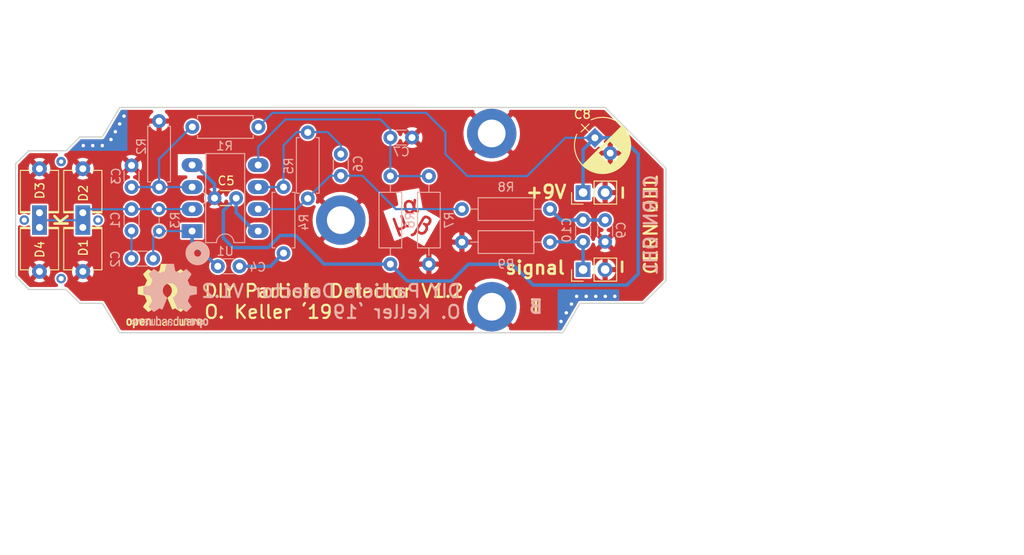
<source format=kicad_pcb>
(kicad_pcb (version 20171130) (host pcbnew 5.1.5-52549c5~84~ubuntu19.10.1)
  (title_block (title "DIY Particle Detector") (date 2018-06-01) (rev V1.2) (company CERN) (comment 1 "CERN open hardware license V1.2") (comment 2 "Oliver Keller"))
  (layers (0 F.Cu signal hide) (31 B.Cu power) (34 B.Paste user hide) (35 F.Paste user hide) (36 B.SilkS user) (37 F.SilkS user) (38 B.Mask user hide) (39 F.Mask user hide) (44 Edge.Cuts user))
  (net 0 "")
  (net 1 "Net-(C1-Pad1)")
  (net 2 "Net-(C1-Pad2)")
  (net 3 "Net-(C2-Pad2)")
  (net 4 GND)
  (net 5 "Net-(C3-Pad1)")
  (net 6 "Net-(C10-Pad1)")
  (net 7 +9V)
  (net 8 /Output)
  (net 9 "Net-(C4-Pad2)")
  (net 10 "Net-(C6-Pad1)")
  (net 11 "Net-(C6-Pad2)")
  (net 12 "Net-(C7-Pad1)")
  (module Pin_Headers:Pin_Header_Straight_1x02_Pitch2.54mm (layer F.Cu) (at 165.44 118.215 90)
    (fp_text reference J2 hide)
    (fp_text value Conn_01x02_Female)
    (pad 1 thru_hole rect (at 0 0 90) (size 1.7 1.7) (drill 1) (layers *.Cu *.Mask) (net 8 /Output))
    (pad 2 thru_hole oval (at 0 2.54 90) (size 1.7 1.7) (drill 1) (layers *.Cu *.Mask) (net 4 GND))
  )
  (module Pin_Headers:Pin_Header_Straight_1x02_Pitch2.54mm (layer F.Cu) (at 165.44 109.325 90)
    (fp_text reference J1 hide)
    (fp_text value Conn_01x02_Female)
    (pad 1 thru_hole rect (at 0 0 90) (size 1.7 1.7) (drill 1) (layers *.Cu *.Mask) (net 7 +9V))
    (pad 2 thru_hole oval (at 0 2.54 90) (size 1.7 1.7) (drill 1) (layers *.Cu *.Mask) (net 4 GND))
  )
  (module Symbols:OSHW-Logo2_9.8x8mm_SilkScreen (layer B.Cu) (at 117.815 121.256429 180)
    (fp_text reference REF*** hide)
    (fp_text value OSHW-Logo2_7.3x6mm_SilkScreen hide)
  )
  (module Symbols:OSHW-Logo2_9.8x8mm_SilkScreen (layer F.Cu) (at 117.18 121.263)
    (fp_text reference REF*** hide)
    (fp_text value OSHW-Logo2_7.3x6mm_SilkScreen hide)
  )
  (module Resistors_THT:R_Axial_DIN0207_L6.3mm_D2.5mm_P10.16mm_Horizontal (layer B.Cu) (at 151.47 111.23)
    (fp_text reference R8 (at 5.08 -2.54) (layer B.SilkS) (effects (justify mirror)))
    (fp_text value 0)
    (pad 1 thru_hole circle (at 0 0) (size 1.6 1.6) (drill 0.8) (layers *.Cu *.Mask) (net 11 "Net-(C6-Pad2)"))
    (pad 2 thru_hole oval (at 10.16 0) (size 1.6 1.6) (drill 0.8) (layers *.Cu *.Mask) (net 6 "Net-(C10-Pad1)"))
  )
  (module Resistors_THT:R_Axial_DIN0207_L6.3mm_D2.5mm_P10.16mm_Horizontal (layer B.Cu) (at 161.63 115.04 180)
    (fp_text reference R9 (at 5.08 -2.54) (layer B.SilkS) (effects (justify mirror)))
    (fp_text value 2k2)
    (pad 1 thru_hole circle (at 0 0 180) (size 1.6 1.6) (drill 0.8) (layers *.Cu *.Mask) (net 8 /Output))
    (pad 2 thru_hole oval (at 10.16 0 180) (size 1.6 1.6) (drill 0.8) (layers *.Cu *.Mask) (net 4 GND))
  )
  (module Capacitors_THT:C_Disc_D3.0mm_W1.6mm_P2.50mm (layer B.Cu) (at 167.98 112.5 270)
    (fp_text reference C9 (at 1.157245 -1.843748 90) (layer B.SilkS) (effects (justify mirror)))
    (fp_text value DNP)
    (pad 1 thru_hole circle (at 0 0 270) (size 1.6 1.6) (drill 0.8) (layers *.Cu *.Mask) (net 6 "Net-(C10-Pad1)"))
    (pad 2 thru_hole circle (at 2.5 0 270) (size 1.6 1.6) (drill 0.8) (layers *.Cu *.Mask) (net 4 GND))
  )
  (module Resistors_THT:R_Axial_DIN0204_L3.6mm_D1.6mm_P2.54mm_Vertical (layer B.Cu) (at 116.545 113.77 90)
    (fp_text reference R3 (at 1.27 1.86 90) (layer B.SilkS) (effects (justify mirror)))
    (fp_text value 10M)
    (pad 1 thru_hole circle (at 0 0 90) (size 1.4 1.4) (drill 0.7) (layers *.Cu *.Mask) (net 3 "Net-(C2-Pad2)"))
    (pad 2 thru_hole oval (at 2.54 0 90) (size 1.4 1.4) (drill 0.7) (layers *.Cu *.Mask) (net 1 "Net-(C1-Pad1)"))
  )
  (module Housings_DIP:DIP-8_W7.62mm_LongPads (layer B.Cu) (at 120.355 113.77)
    (fp_text reference U1 (at 3.81 2.33) (layer B.SilkS) (effects (justify mirror)))
    (fp_text value TLE2072)
    (pad 1 thru_hole rect (at 0 0) (size 2.4 1.6) (drill 0.8) (layers *.Cu *.Mask) (net 3 "Net-(C2-Pad2)"))
    (pad 5 thru_hole oval (at 7.62 -7.62) (size 2.4 1.6) (drill 0.8) (layers *.Cu *.Mask) (net 12 "Net-(C7-Pad1)"))
    (pad 2 thru_hole oval (at 0 -2.54) (size 2.4 1.6) (drill 0.8) (layers *.Cu *.Mask) (net 1 "Net-(C1-Pad1)"))
    (pad 6 thru_hole oval (at 7.62 -5.08) (size 2.4 1.6) (drill 0.8) (layers *.Cu *.Mask) (net 10 "Net-(C6-Pad1)"))
    (pad 3 thru_hole oval (at 0 -5.08) (size 2.4 1.6) (drill 0.8) (layers *.Cu *.Mask) (net 5 "Net-(C3-Pad1)"))
    (pad 7 thru_hole oval (at 7.62 -2.54) (size 2.4 1.6) (drill 0.8) (layers *.Cu *.Mask) (net 11 "Net-(C6-Pad2)"))
    (pad 4 thru_hole oval (at 0 -7.62) (size 2.4 1.6) (drill 0.8) (layers *.Cu *.Mask) (net 4 GND))
    (pad 8 thru_hole oval (at 7.62 0) (size 2.4 1.6) (drill 0.8) (layers *.Cu *.Mask) (net 7 +9V))
  )
  (module Capacitors_THT:CP_Radial_D6.3mm_P2.50mm (layer F.Cu) (at 166.8 103 315)
    (fp_text reference C8 (at -2.934493 -0.883883) (layer F.SilkS))
    (fp_text value 47u)
    (pad 1 thru_hole rect (at 0 0 315) (size 1.6 1.6) (drill 0.8) (layers *.Cu *.Mask) (net 7 +9V))
    (pad 2 thru_hole circle (at 2.5 0 315) (size 1.6 1.6) (drill 0.8) (layers *.Cu *.Mask) (net 4 GND))
  )
  (module Capacitors_THT:C_Disc_D3.0mm_W1.6mm_P2.50mm (layer B.Cu) (at 113.37 111.23 270)
    (fp_text reference C1 (at 1.27 1.87 270) (layer B.SilkS) (effects (justify mirror)))
    (fp_text value 10p)
    (pad 1 thru_hole circle (at 0 0 270) (size 1.6 1.6) (drill 0.8) (layers *.Cu *.Mask) (net 1 "Net-(C1-Pad1)"))
    (pad 2 thru_hole circle (at 2.5 0 270) (size 1.6 1.6) (drill 0.8) (layers *.Cu *.Mask) (net 2 "Net-(C1-Pad2)"))
  )
  (module Capacitors_THT:C_Disc_D3.0mm_W1.6mm_P2.50mm (layer B.Cu) (at 113.37 116.945)
    (fp_text reference C2 (at -1.87 0.055 90) (layer B.SilkS) (effects (justify mirror)))
    (fp_text value 10p)
    (pad 1 thru_hole circle (at 0 0) (size 1.6 1.6) (drill 0.8) (layers *.Cu *.Mask) (net 2 "Net-(C1-Pad2)"))
    (pad 2 thru_hole circle (at 2.5 0) (size 1.6 1.6) (drill 0.8) (layers *.Cu *.Mask) (net 3 "Net-(C2-Pad2)"))
  )
  (module Capacitors_THT:C_Disc_D3.0mm_W1.6mm_P2.50mm (layer B.Cu) (at 113.37 108.69 90)
    (fp_text reference C3 (at 1.27 -1.778 90) (layer B.SilkS) (effects (justify mirror)))
    (fp_text value 100n)
    (pad 1 thru_hole circle (at 0 0 90) (size 1.6 1.6) (drill 0.8) (layers *.Cu *.Mask) (net 5 "Net-(C3-Pad1)"))
    (pad 2 thru_hole circle (at 2.5 0 90) (size 1.6 1.6) (drill 0.8) (layers *.Cu *.Mask) (net 4 GND))
  )
  (module Capacitors_THT:C_Disc_D3.0mm_W1.6mm_P2.50mm (layer B.Cu) (at 123.316 117.834)
    (fp_text reference C4 (at 4.593863 0.10126) (layer B.SilkS) (effects (justify mirror)))
    (fp_text value 100n)
    (pad 1 thru_hole circle (at 0 0) (size 1.6 1.6) (drill 0.8) (layers *.Cu *.Mask) (net 3 "Net-(C2-Pad2)"))
    (pad 2 thru_hole circle (at 2.5 0) (size 1.6 1.6) (drill 0.8) (layers *.Cu *.Mask) (net 9 "Net-(C4-Pad2)"))
  )
  (module Capacitors_THT:C_Disc_D3.0mm_W1.6mm_P2.50mm (layer F.Cu) (at 125.435 109.96 180)
    (fp_text reference C5 (at 1.165 1.991 180) (layer F.SilkS))
    (fp_text value 100n)
    (pad 1 thru_hole circle (at 0 0 180) (size 1.6 1.6) (drill 0.8) (layers *.Cu *.Mask) (net 7 +9V))
    (pad 2 thru_hole circle (at 2.5 0 180) (size 1.6 1.6) (drill 0.8) (layers *.Cu *.Mask) (net 4 GND))
  )
  (module Capacitors_THT:C_Disc_D3.0mm_W1.6mm_P2.50mm (layer B.Cu) (at 137.5 104.88 270)
    (fp_text reference C6 (at 1.12 -2 270) (layer B.SilkS) (effects (justify mirror)))
    (fp_text value 10p)
    (pad 1 thru_hole circle (at 0 0 270) (size 1.6 1.6) (drill 0.8) (layers *.Cu *.Mask) (net 10 "Net-(C6-Pad1)"))
    (pad 2 thru_hole circle (at 2.5 0 270) (size 1.6 1.6) (drill 0.8) (layers *.Cu *.Mask) (net 11 "Net-(C6-Pad2)"))
  )
  (module Capacitors_THT:C_Disc_D3.0mm_W1.6mm_P2.50mm (layer B.Cu) (at 143.215 102.975)
    (fp_text reference C7 (at 1.25 1.651) (layer B.SilkS) (effects (justify mirror)))
    (fp_text value 100n)
    (pad 1 thru_hole circle (at 0 0) (size 1.6 1.6) (drill 0.8) (layers *.Cu *.Mask) (net 12 "Net-(C7-Pad1)"))
    (pad 2 thru_hole circle (at 2.5 0) (size 1.6 1.6) (drill 0.8) (layers *.Cu *.Mask) (net 4 GND))
  )
  (module Capacitors_THT:C_Disc_D3.0mm_W1.6mm_P2.50mm (layer B.Cu) (at 165.44 112.5 270)
    (fp_text reference C10 (at 1.157245 1.895789 90) (layer B.SilkS) (effects (justify mirror)))
    (fp_text value 100n)
    (pad 1 thru_hole circle (at 0 0 270) (size 1.6 1.6) (drill 0.8) (layers *.Cu *.Mask) (net 6 "Net-(C10-Pad1)"))
    (pad 2 thru_hole circle (at 2.5 0 270) (size 1.6 1.6) (drill 0.8) (layers *.Cu *.Mask) (net 8 /Output))
  )
  (module Resistors_THT:R_Axial_DIN0207_L6.3mm_D2.5mm_P7.62mm_Horizontal (layer B.Cu) (at 116.545 108.69 90)
    (fp_text reference R2 (at 4.69 -2.045 90) (layer B.SilkS) (effects (justify mirror)))
    (fp_text value 15k)
    (pad 1 thru_hole circle (at 0 0 90) (size 1.6 1.6) (drill 0.8) (layers *.Cu *.Mask) (net 5 "Net-(C3-Pad1)"))
    (pad 2 thru_hole oval (at 7.62 0 90) (size 1.6 1.6) (drill 0.8) (layers *.Cu *.Mask) (net 4 GND))
  )
  (module Resistors_THT:R_Axial_DIN0207_L6.3mm_D2.5mm_P7.62mm_Horizontal (layer B.Cu) (at 130.896 108.69 270)
    (fp_text reference R4 (at 4.06 -2.354 270) (layer B.SilkS) (effects (justify mirror)))
    (fp_text value 1k)
    (pad 1 thru_hole circle (at 0 0 270) (size 1.6 1.6) (drill 0.8) (layers *.Cu *.Mask) (net 10 "Net-(C6-Pad1)"))
    (pad 2 thru_hole oval (at 7.62 0 270) (size 1.6 1.6) (drill 0.8) (layers *.Cu *.Mask) (net 9 "Net-(C4-Pad2)"))
  )
  (module Resistors_THT:R_Axial_DIN0207_L6.3mm_D2.5mm_P7.62mm_Horizontal (layer B.Cu) (at 133.69 110 90)
    (fp_text reference R5 (at 3.75 -2.19 90) (layer B.SilkS) (effects (justify mirror)))
    (fp_text value 100k)
    (pad 1 thru_hole circle (at 0 0 90) (size 1.6 1.6) (drill 0.8) (layers *.Cu *.Mask) (net 11 "Net-(C6-Pad2)"))
    (pad 2 thru_hole oval (at 7.62 0 90) (size 1.6 1.6) (drill 0.8) (layers *.Cu *.Mask) (net 10 "Net-(C6-Pad1)"))
  )
  (module Resistors_THT:R_Axial_DIN0207_L6.3mm_D2.5mm_P7.62mm_Horizontal (layer B.Cu) (at 128 101.75 180)
    (fp_text reference R1 (at 3.9 -2.2 180) (layer B.SilkS) (effects (justify mirror)))
    (fp_text value 4k7)
    (pad 1 thru_hole circle (at 0 0 180) (size 1.6 1.6) (drill 0.8) (layers *.Cu *.Mask) (net 7 +9V))
    (pad 2 thru_hole oval (at 7.62 0 180) (size 1.6 1.6) (drill 0.8) (layers *.Cu *.Mask) (net 5 "Net-(C3-Pad1)"))
  )
  (module Mounting_Holes:MountingHole_3.2mm_M3_ISO7380_Pad (layer F.Cu) (at 137.5 112.5)
    (fp_text reference MK7 hide)
    (fp_text value "M3 support")
    (pad 1 thru_hole circle (at 0 0) (size 5.7 5.7) (drill 3.2) (layers *.Cu *.Mask) (net 4 GND))
  )
  (module Mounting_Holes:MountingHole_3.2mm_M3_ISO7380_Pad (layer F.Cu) (at 155 122.5)
    (fp_text reference MK6 hide)
    (fp_text value "M3 support")
    (pad 1 thru_hole circle (at -0.1 0) (size 5.7 5.7) (drill 3.2) (layers *.Cu *.Mask) (net 4 GND))
  )
  (module Opto-Devices:PhotoDiode_DIL2_4.3x4.65_RM5.08 (layer F.Cu) (at 107.75 113.35 270)
    (fp_text reference D1 (at 2.34 -0.05 270) (layer F.SilkS))
    (fp_text value BPW34F)
    (pad 2 thru_hole circle (at 5.08 0 90) (size 1.7 1.7) (drill 0.8) (layers *.Cu *.Mask) (net 4 GND))
    (pad 1 thru_hole rect (at 0 0 90) (size 1.7 1.7) (drill 0.8) (layers *.Cu *.Mask) (net 1 "Net-(C1-Pad1)"))
  )
  (module Opto-Devices:PhotoDiode_DIL2_4.3x4.65_RM5.08 (layer F.Cu) (at 107.75 111.65 90)
    (fp_text reference D2 (at 2.25 0.05 90) (layer F.SilkS))
    (fp_text value BPW34F)
    (pad 1 thru_hole rect (at 0 0 270) (size 1.7 1.7) (drill 0.8) (layers *.Cu *.Mask) (net 1 "Net-(C1-Pad1)"))
    (pad 2 thru_hole circle (at 5.08 0 270) (size 1.7 1.7) (drill 0.8) (layers *.Cu *.Mask) (net 4 GND))
  )
  (module Opto-Devices:PhotoDiode_DIL2_4.3x4.65_RM5.08 (layer F.Cu) (at 102.75 111.65 90)
    (fp_text reference D3 (at 2.55 0.05 90) (layer F.SilkS))
    (fp_text value BPW34F)
    (pad 2 thru_hole circle (at 5.08 0 270) (size 1.7 1.7) (drill 0.8) (layers *.Cu *.Mask) (net 4 GND))
    (pad 1 thru_hole rect (at 0 0 270) (size 1.7 1.7) (drill 0.8) (layers *.Cu *.Mask) (net 1 "Net-(C1-Pad1)"))
  )
  (module Opto-Devices:PhotoDiode_DIL2_4.3x4.65_RM5.08 (layer F.Cu) (at 102.75 113.35 270)
    (fp_text reference D4 (at 2.54 -0.05 270) (layer F.SilkS))
    (fp_text value BPW34F)
    (pad 1 thru_hole rect (at 0 0 90) (size 1.7 1.7) (drill 0.8) (layers *.Cu *.Mask) (net 1 "Net-(C1-Pad1)"))
    (pad 2 thru_hole circle (at 5.08 0 90) (size 1.7 1.7) (drill 0.8) (layers *.Cu *.Mask) (net 4 GND))
  )
  (module Resistors_THT:R_Axial_DIN0207_L6.3mm_D2.5mm_P10.16mm_Horizontal (layer B.Cu) (at 143.215 117.58 90)
    (fp_text reference R6 (at 5.08 2.285 90) (layer B.SilkS) (effects (justify mirror)))
    (fp_text value 10k)
    (pad 1 thru_hole circle (at 0 0 90) (size 1.6 1.6) (drill 0.8) (layers *.Cu *.Mask) (net 7 +9V))
    (pad 2 thru_hole oval (at 10.16 0 90) (size 1.6 1.6) (drill 0.8) (layers *.Cu *.Mask) (net 12 "Net-(C7-Pad1)"))
  )
  (module Resistors_THT:R_Axial_DIN0207_L6.3mm_D2.5mm_P10.16mm_Horizontal (layer B.Cu) (at 147.66 107.42 270)
    (fp_text reference R7 (at 5.08 -2.34 270) (layer B.SilkS) (effects (justify mirror)))
    (fp_text value 10k)
    (pad 2 thru_hole oval (at 10.16 0 270) (size 1.6 1.6) (drill 0.8) (layers *.Cu *.Mask) (net 4 GND))
    (pad 1 thru_hole circle (at 0 0 270) (size 1.6 1.6) (drill 0.8) (layers *.Cu *.Mask) (net 12 "Net-(C7-Pad1)"))
  )
  (module Wire_Pads:SolderWirePad_single_0-8mmDrill (layer F.Cu) (at 105.25 105.75)
    (fp_text reference MK1 hide)
    (fp_text value "via for coincidence sandwich")
    (pad 1 thru_hole circle (at 0 0) (size 1.1 1.1) (drill 0.5) (layers *.Cu *.Mask))
  )
  (module Wire_Pads:SolderWirePad_single_0-8mmDrill (layer F.Cu) (at 109.5 112.5)
    (fp_text reference MK2 hide)
    (fp_text value "via for coincidence sandwich")
    (pad 1 thru_hole circle (at 0 0) (size 1.1 1.1) (drill 0.6) (layers *.Cu *.Mask))
  )
  (module Wire_Pads:SolderWirePad_single_0-8mmDrill (layer F.Cu) (at 101 112.5)
    (fp_text reference MK3 hide)
    (fp_text value "via for coincidence sandwich")
    (pad 1 thru_hole circle (at 0 0) (size 1.1 1.1) (drill 0.6) (layers *.Cu *.Mask))
  )
  (module Wire_Pads:SolderWirePad_single_0-8mmDrill (layer F.Cu) (at 105.25 119.25)
    (fp_text reference MK4 hide)
    (fp_text value "via for coincidence sandwich")
    (pad 1 thru_hole circle (at 0 0) (size 1.1 1.1) (drill 0.6) (layers *.Cu *.Mask))
  )
  (module Mounting_Holes:MountingHole_3.2mm_M3_ISO7380_Pad (layer F.Cu) (at 155 102.5)
    (fp_text reference MK5 hide)
    (fp_text value "M3 support")
    (pad 1 thru_hole circle (at -0.1 0) (size 5.7 5.7) (drill 3.2) (layers *.Cu *.Mask) (net 4 GND))
  )
  (gr_text μ (at 144.3072 112.5762 20) (layer F.Cu) (effects (font (size 2 2) (thickness 0.3))))
  (gr_text β (at 147.025 113.1604 -30) (layer F.Cu) (effects (font (size 2 2) (thickness 0.3))))
  (gr_text α (at 145.501 110.722 10) (layer F.Cu) (effects (font (size 2 2) (thickness 0.3))))
  (gr_text B (at 160 122.5) (layer B.SilkS) (effects (font (size 1.5 1.5) (thickness 0.3)) (justify mirror)))
  (gr_text T (at 160 122.5) (layer F.SilkS) (effects (font (size 1.5 1.5) (thickness 0.3))))
  (gr_text "CERN OHL" (at 173.25 113 90) (layer B.SilkS) (effects (font (size 1.5 1.5) (thickness 0.25)) (justify mirror)))
  (gr_text "DIY Particle Detector V1.2\nO. Keller ‘19\n" (at 151.47 121.898) (layer B.SilkS) (effects (font (size 1.5 1.5) (thickness 0.25)) (justify left mirror)))
  (gr_text K (at 105.3055 112.5 90) (layer F.SilkS) (effects (font (size 1.5 1.5) (thickness 0.3))))
  (gr_line (start 110 122.1) (end 112 125.5) (layer Edge.Cuts) (width 0.15))
  (gr_text "CERN OHL" (at 173.25 113.05 90) (layer F.SilkS) (effects (font (size 1.5 1.5) (thickness 0.25))))
  (gr_line (start 172.4 122.1) (end 175 119.5) (layer Edge.Cuts) (width 0.15))
  (gr_line (start 168 99.5) (end 175 106.5) (layer Edge.Cuts) (width 0.15))
  (gr_line (start 165.1 122.1) (end 172.4 122.1) (layer Edge.Cuts) (width 0.15))
  (gr_line (start 163.1 125.5) (end 165.1 122.1) (layer Edge.Cuts) (width 0.15))
  (gr_line (start 107.4 122.1) (end 110 122.1) (layer Edge.Cuts) (width 0.15))
  (gr_line (start 100 119) (end 101.5 120.5) (layer Edge.Cuts) (width 0.15))
  (gr_line (start 105.8 104.5) (end 107.4 102.9) (layer Edge.Cuts) (width 0.15))
  (gr_line (start 101.5 104.5) (end 105.8 104.5) (layer Edge.Cuts) (width 0.15))
  (gr_line (start 101.5 104.5) (end 100 106) (layer Edge.Cuts) (width 0.15))
  (gr_text - (at 169.833226 117.881217 90) (layer F.SilkS) (effects (font (size 1.5 1.5) (thickness 0.3))))
  (gr_text - (at 169.909226 109.330856 90) (layer F.SilkS) (effects (font (size 1.5 1.5) (thickness 0.3))))
  (gr_text signal (at 159.9155 118) (layer F.SilkS) (effects (font (size 1.5 1.5) (thickness 0.3))))
  (gr_text +9V (at 161.1855 109.25) (layer F.SilkS) (effects (font (size 1.5 1.5) (thickness 0.3))))
  (gr_line (start 110 102.9) (end 112 99.5) (layer Edge.Cuts) (width 0.15))
  (gr_line (start 107.4 102.9) (end 110 102.9) (layer Edge.Cuts) (width 0.15))
  (gr_line (start 105.8 120.5) (end 107.4 122.1) (layer Edge.Cuts) (width 0.15))
  (gr_line (start 101.5 120.5) (end 105.8 120.5) (layer Edge.Cuts) (width 0.15))
  (gr_circle (center 120.99 116.31) (end 121.371 116.437) (layer B.SilkS) (width 1))
  (gr_text "DIY Particle Detector V1.2\nO. Keller ‘19" (at 121.625 121.898) (layer F.SilkS) (effects (font (size 1.5 1.5) (thickness 0.25)) (justify left)))
  (gr_line (start 100 119) (end 100 106) (layer Edge.Cuts) (width 0.15))
  (gr_line (start 163.1 125.5) (end 112 125.5) (layer Edge.Cuts) (width 0.15))
  (gr_line (start 175 106.5) (end 175 119.5) (layer Edge.Cuts) (width 0.15))
  (gr_line (start 112 99.5) (end 168 99.5) (layer Edge.Cuts) (width 0.15))
  (segment (start 107.75 111.25) (end 107.75 112.35) (width 0.25) (layer B.Cu) (net 1))
  (segment (start 107.73 112.52) (end 107.75 112.5) (width 0.25) (layer B.Cu) (net 1))
  (segment (start 102.75 112.52) (end 107.73 112.52) (width 0.25) (layer B.Cu) (net 1))
  (segment (start 107.75 112.5) (end 107.75 113.75) (width 0.25) (layer B.Cu) (net 1))
  (segment (start 107.75 112.35) (end 107.75 112.5) (width 0.25) (layer B.Cu) (net 1))
  (segment (start 102.75 111.25) (end 102.75 112.52) (width 0.25) (layer B.Cu) (net 1))
  (segment (start 102.75 112.52) (end 102.75 113.75) (width 0.25) (layer B.Cu) (net 1))
  (segment (start 113.37 111.23) (end 116.545 111.23) (width 0.25) (layer B.Cu) (net 1))
  (segment (start 116.545 111.23) (end 120.355 111.23) (width 0.25) (layer B.Cu) (net 1))
  (segment (start 112.354 111.23) (end 113.37 111.23) (width 0.25) (layer B.Cu) (net 1))
  (segment (start 112.334 111.25) (end 112.354 111.23) (width 0.25) (layer B.Cu) (net 1))
  (segment (start 107.75 111.25) (end 112.334 111.25) (width 0.25) (layer B.Cu) (net 1))
  (segment (start 113.37 113.73) (end 113.37 116.945) (width 0.25) (layer B.Cu) (net 2))
  (segment (start 123.219 117.834) (end 123.316 117.834) (width 0.4) (layer B.Cu) (net 3))
  (segment (start 120.355 114.97) (end 123.219 117.834) (width 0.4) (layer B.Cu) (net 3))
  (segment (start 120.355 113.77) (end 120.355 114.97) (width 0.4) (layer B.Cu) (net 3))
  (segment (start 115.87 114.445) (end 116.545 113.77) (width 0.25) (layer B.Cu) (net 3))
  (segment (start 115.87 116.945) (end 115.87 114.445) (width 0.25) (layer B.Cu) (net 3))
  (segment (start 117.534949 113.77) (end 120.355 113.77) (width 0.25) (layer B.Cu) (net 3))
  (segment (start 116.545 113.77) (end 117.534949 113.77) (width 0.25) (layer B.Cu) (net 3))
  (via (at 107.8 103.9) (size 0.8) (drill 0.4) (layers F.Cu B.Cu) (net 4))
  (via (at 110 103.9) (size 0.8) (drill 0.4) (layers F.Cu B.Cu) (net 4))
  (via (at 108.9 103.9) (size 0.8) (drill 0.4) (layers F.Cu B.Cu) (net 4))
  (via (at 111 103.2) (size 0.8) (drill 0.4) (layers F.Cu B.Cu) (net 4))
  (via (at 111.5 102.3) (size 0.8) (drill 0.4) (layers F.Cu B.Cu) (net 4))
  (via (at 112 101.4) (size 0.8) (drill 0.4) (layers F.Cu B.Cu) (net 4))
  (via (at 169.1 121.3) (size 0.8) (drill 0.4) (layers F.Cu B.Cu) (net 4))
  (via (at 168 121.3) (size 0.8) (drill 0.4) (layers F.Cu B.Cu) (net 4))
  (via (at 166.9 121.3) (size 0.8) (drill 0.4) (layers F.Cu B.Cu) (net 4))
  (via (at 165.8 121.3) (size 0.8) (drill 0.4) (layers F.Cu B.Cu) (net 4))
  (via (at 164.1 122.2) (size 0.8) (drill 0.4) (layers F.Cu B.Cu) (net 4))
  (via (at 163.5 123.2) (size 0.8) (drill 0.4) (layers F.Cu B.Cu) (net 4))
  (via (at 162.9 124.2) (size 0.8) (drill 0.4) (layers F.Cu B.Cu) (net 4))
  (via (at 164.7 121.3) (size 0.8) (drill 0.4) (layers F.Cu B.Cu) (net 4))
  (via (at 112.5 100.5) (size 0.8) (drill 0.4) (layers F.Cu B.Cu) (net 4))
  (segment (start 121.35 106.15) (end 120.355 106.15) (width 0.4) (layer B.Cu) (net 4))
  (segment (start 122.935 108.82863) (end 122.935 109.96) (width 0.4) (layer B.Cu) (net 4))
  (segment (start 122.935 108.33) (end 122.935 108.82863) (width 0.4) (layer B.Cu) (net 4))
  (segment (start 120.755 106.15) (end 122.935 108.33) (width 0.4) (layer B.Cu) (net 4))
  (segment (start 120.355 106.15) (end 120.755 106.15) (width 0.4) (layer B.Cu) (net 4))
  (segment (start 118.364 108.69) (end 120.355 108.69) (width 0.25) (layer B.Cu) (net 5))
  (segment (start 116.545 108.69) (end 118.11 108.69) (width 0.25) (layer B.Cu) (net 5))
  (segment (start 118.11 108.69) (end 118.364 108.69) (width 0.25) (layer B.Cu) (net 5))
  (segment (start 115 108.69) (end 116.545 108.69) (width 0.25) (layer B.Cu) (net 5))
  (segment (start 113.37 108.69) (end 115 108.69) (width 0.25) (layer B.Cu) (net 5))
  (segment (start 119.88 101.52) (end 119.88 101.5) (width 0.25) (layer B.Cu) (net 5))
  (segment (start 115 108.69) (end 116.672 108.69) (width 0.25) (layer B.Cu) (net 5))
  (segment (start 116.545 105.455) (end 120.25 101.75) (width 0.25) (layer B.Cu) (net 5))
  (segment (start 120.25 101.75) (end 120.38 101.75) (width 0.25) (layer B.Cu) (net 5))
  (segment (start 116.545 108.69) (end 116.545 105.455) (width 0.25) (layer B.Cu) (net 5))
  (segment (start 165.209 111.905) (end 165.44 111.905) (width 0.4) (layer F.Cu) (net 6))
  (segment (start 164.719 112.395) (end 165.209 111.905) (width 0.4) (layer F.Cu) (net 6))
  (segment (start 167.98 112.5) (end 165.44 112.5) (width 0.4) (layer B.Cu) (net 6))
  (segment (start 161.63 111.23) (end 162.9 112.5) (width 0.4) (layer B.Cu) (net 6))
  (segment (start 165.44 112.5) (end 162.9 112.5) (width 0.4) (layer B.Cu) (net 6))
  (segment (start 127.575 113.77) (end 127.975 113.77) (width 0.4) (layer B.Cu) (net 7))
  (segment (start 125.435 111.63) (end 127.575 113.77) (width 0.4) (layer B.Cu) (net 7))
  (segment (start 125.435 109.96) (end 125.244 109.96) (width 0.4) (layer B.Cu) (net 7))
  (segment (start 169.91 103) (end 166.8 103) (width 0.4) (layer B.Cu) (net 7))
  (segment (start 171.8 118.7) (end 171.8 104.89) (width 0.4) (layer B.Cu) (net 7))
  (segment (start 171.8 104.89) (end 169.91 103) (width 0.4) (layer B.Cu) (net 7))
  (segment (start 159.7 120) (end 170.5 120) (width 0.4) (layer B.Cu) (net 7))
  (segment (start 157.3 117.6) (end 159.7 120) (width 0.4) (layer B.Cu) (net 7))
  (segment (start 170.5 120) (end 171.8 118.7) (width 0.4) (layer B.Cu) (net 7))
  (segment (start 143.215 117.58) (end 145.165 119.53) (width 0.4) (layer B.Cu) (net 7))
  (segment (start 145.165 119.53) (end 150.27 119.53) (width 0.4) (layer B.Cu) (net 7))
  (segment (start 152.2 117.6) (end 157.3 117.6) (width 0.4) (layer B.Cu) (net 7))
  (segment (start 150.27 119.53) (end 152.2 117.6) (width 0.4) (layer B.Cu) (net 7))
  (segment (start 165.44 104.36) (end 166.8 103) (width 0.4) (layer B.Cu) (net 7))
  (segment (start 147.3425 100.1175) (end 149.565 102.34) (width 0.25) (layer B.Cu) (net 7))
  (segment (start 128 101.75) (end 129.6325 100.1175) (width 0.25) (layer B.Cu) (net 7))
  (segment (start 129.6325 100.1175) (end 147.3425 100.1175) (width 0.25) (layer B.Cu) (net 7))
  (segment (start 163.4 103) (end 166.8 103) (width 0.25) (layer B.Cu) (net 7))
  (segment (start 149.565 104.88) (end 152.105 107.42) (width 0.25) (layer B.Cu) (net 7))
  (segment (start 149.565 102.34) (end 149.565 104.88) (width 0.25) (layer B.Cu) (net 7))
  (segment (start 158.98 107.42) (end 163.4 103) (width 0.25) (layer B.Cu) (net 7))
  (segment (start 152.105 107.42) (end 158.98 107.42) (width 0.25) (layer B.Cu) (net 7))
  (segment (start 165.44 109.325) (end 165.44 104.36) (width 0.4) (layer B.Cu) (net 7))
  (segment (start 125.435 111.63) (end 125.435 109.96) (width 0.4) (layer B.Cu) (net 7))
  (segment (start 123.954365 111.399126) (end 125.435 109.96) (width 0.4) (layer B.Cu) (net 7))
  (segment (start 123.952 111.865) (end 123.954365 111.399126) (width 0.4) (layer B.Cu) (net 7))
  (segment (start 123.952 114.554) (end 123.952 111.865) (width 0.4) (layer B.Cu) (net 7))
  (segment (start 132.278 114.278) (end 130.515 114.278) (width 0.4) (layer B.Cu) (net 7))
  (segment (start 125.073 115.675) (end 123.952 114.554) (width 0.4) (layer B.Cu) (net 7))
  (segment (start 135.58 117.58) (end 132.278 114.278) (width 0.4) (layer B.Cu) (net 7))
  (segment (start 129.118 115.675) (end 125.073 115.675) (width 0.4) (layer B.Cu) (net 7))
  (segment (start 130.515 114.278) (end 129.118 115.675) (width 0.4) (layer B.Cu) (net 7))
  (segment (start 143.215 117.58) (end 135.58 117.58) (width 0.4) (layer B.Cu) (net 7))
  (segment (start 165.44 114.405) (end 165.44 115.53637) (width 0.4) (layer F.Cu) (net 8))
  (segment (start 165.44 115.53637) (end 165.44 117.9) (width 0.4) (layer B.Cu) (net 8))
  (segment (start 161.67 115) (end 161.63 115.04) (width 0.4) (layer B.Cu) (net 8))
  (segment (start 165.44 115) (end 161.67 115) (width 0.4) (layer B.Cu) (net 8))
  (segment (start 131.34 116.31) (end 131.445 116.31) (width 0.4) (layer F.Cu) (net 9))
  (segment (start 129.372 117.834) (end 130.896 116.31) (width 0.4) (layer B.Cu) (net 9))
  (segment (start 125.816 117.834) (end 129.372 117.834) (width 0.4) (layer B.Cu) (net 9))
  (segment (start 129.425 108.69) (end 130.896 108.69) (width 0.25) (layer B.Cu) (net 10))
  (segment (start 127.975 108.69) (end 129.425 108.69) (width 0.25) (layer B.Cu) (net 10))
  (segment (start 137.4365 105.515) (end 137.5 105.5785) (width 0.25) (layer F.Cu) (net 10))
  (segment (start 136.992 104.88) (end 137.5 104.88) (width 0.25) (layer B.Cu) (net 10))
  (segment (start 130.896 103.864) (end 132.42 102.34) (width 0.25) (layer B.Cu) (net 10))
  (segment (start 132.42 102.34) (end 133.69 102.34) (width 0.25) (layer B.Cu) (net 10))
  (segment (start 130.896 108.69) (end 130.896 103.864) (width 0.25) (layer B.Cu) (net 10))
  (segment (start 137.5 103.864) (end 137.5 104.88) (width 0.25) (layer B.Cu) (net 10))
  (segment (start 135.976 102.34) (end 137.5 103.864) (width 0.25) (layer B.Cu) (net 10))
  (segment (start 133.69 102.34) (end 135.976 102.34) (width 0.25) (layer B.Cu) (net 10))
  (segment (start 132.42 111.23) (end 133.69 109.96) (width 0.25) (layer B.Cu) (net 11))
  (segment (start 127.975 111.23) (end 132.42 111.23) (width 0.25) (layer B.Cu) (net 11))
  (segment (start 136.27 107.38) (end 137.5 107.38) (width 0.25) (layer B.Cu) (net 11))
  (segment (start 133.69 109.96) (end 136.27 107.38) (width 0.25) (layer B.Cu) (net 11))
  (segment (start 143.85 111.23) (end 151.47 111.23) (width 0.25) (layer B.Cu) (net 11))
  (segment (start 140 107.38) (end 143.85 111.23) (width 0.25) (layer B.Cu) (net 11))
  (segment (start 137.5 107.38) (end 140 107.38) (width 0.25) (layer B.Cu) (net 11))
  (segment (start 143.215 107.42) (end 143.215 102.975) (width 0.25) (layer B.Cu) (net 12))
  (segment (start 143.215 107.42) (end 147.66 107.42) (width 0.25) (layer B.Cu) (net 12))
  (segment (start 142.072 100.8795) (end 143.215 102.0225) (width 0.25) (layer B.Cu) (net 12))
  (segment (start 143.215 102.0225) (end 143.215 102.975) (width 0.25) (layer B.Cu) (net 12))
  (segment (start 131.1205 100.8795) (end 142.072 100.8795) (width 0.25) (layer B.Cu) (net 12))
  (segment (start 127.975 104.025) (end 131.1205 100.8795) (width 0.25) (layer B.Cu) (net 12))
  (segment (start 127.975 106.15) (end 127.975 104.025) (width 0.25) (layer B.Cu) (net 12))
  (zone (net 4) (net_name GND) (layer F.Cu) (connect_pads thru_hole_only (clearance 0.2)) (min_thickness 0.4) (fill yes (arc_segments 16) (thermal_gap 0.4) (thermal_bridge_width 0.6) (smoothing chamfer) (radius 1))
    (polygon (pts (xy 175 125.5) (xy 100 125.5) (xy 100 99.5) (xy 175 99.5)))
  )
  (zone (net 0) (net_name "") (layer F.Cu) (connect_pads (clearance 0.508)) (min_thickness 0.254)
    (keepout (tracks allowed) (vias allowed) (copperpour not_allowed))
    (fill (arc_segments 16) (thermal_gap 0.508) (thermal_bridge_width 0.508))
    (polygon (pts (xy 118.704 104.88) (xy 122.006 104.88) (xy 122.006 107.337305) (xy 118.704 107.337305) (xy 118.704 104.924305)))
  )
  (zone (net 4) (net_name GND) (layer B.Cu) (connect_pads thru_hole_only (clearance 0.2)) (min_thickness 0.1) (fill yes (arc_segments 32) (thermal_gap 0.4) (thermal_bridge_width 0.4))
    (polygon (pts (xy 162.5 120.5) (xy 162.5 125.5) (xy 163.1 125.5) (xy 165.1 122.1) (xy 169.6 122.1) (xy 169.6 120.5)))
  )
  (zone (net 4) (net_name GND) (layer B.Cu) (connect_pads thru_hole_only (clearance 0.2)) (min_thickness 0.1) (fill yes (arc_segments 16) (thermal_gap 0.4) (thermal_bridge_width 0.4))
    (polygon (pts (xy 105.8 104.5) (xy 112.9 104.5) (xy 112.9 99.5) (xy 112 99.5) (xy 110 102.9) (xy 107.4 102.9)))
  )
)
</source>
